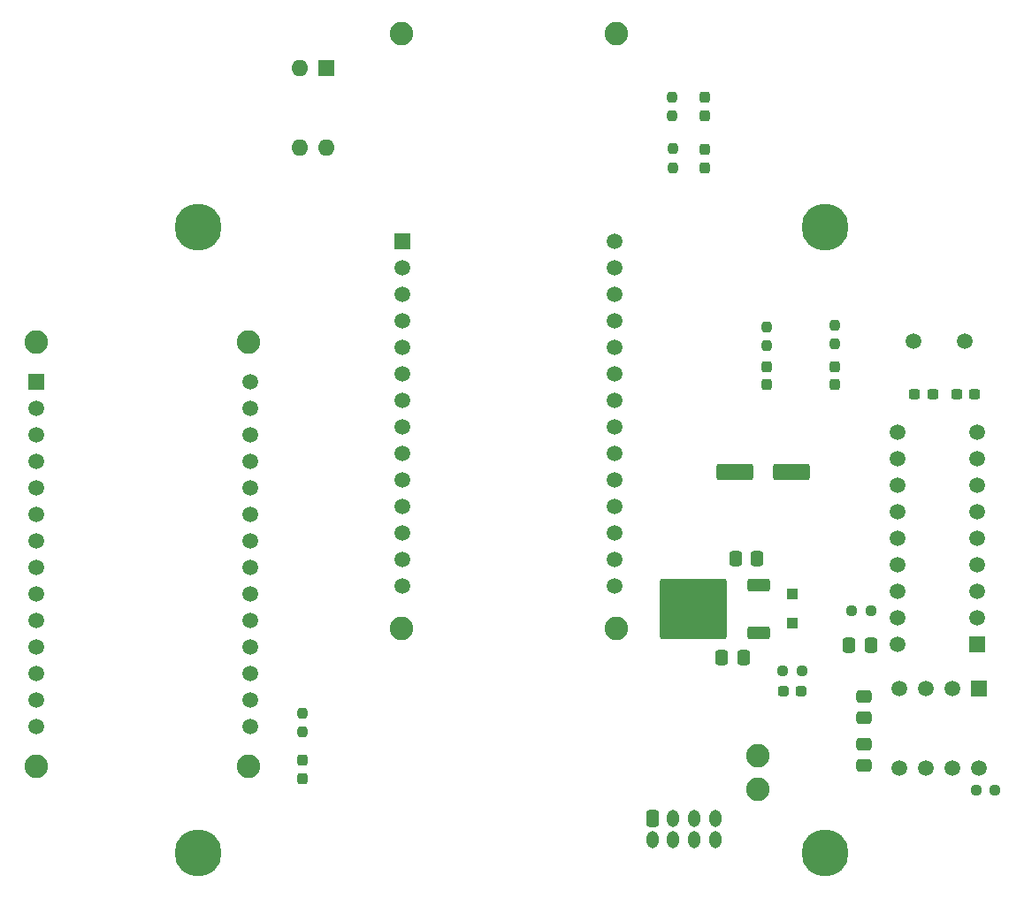
<source format=gbr>
%TF.GenerationSoftware,KiCad,Pcbnew,7.0.1-0*%
%TF.CreationDate,2023-05-22T14:05:29+09:00*%
%TF.ProjectId,SystemData,53797374-656d-4446-9174-612e6b696361,rev?*%
%TF.SameCoordinates,Original*%
%TF.FileFunction,Soldermask,Top*%
%TF.FilePolarity,Negative*%
%FSLAX46Y46*%
G04 Gerber Fmt 4.6, Leading zero omitted, Abs format (unit mm)*
G04 Created by KiCad (PCBNEW 7.0.1-0) date 2023-05-22 14:05:29*
%MOMM*%
%LPD*%
G01*
G04 APERTURE LIST*
G04 Aperture macros list*
%AMRoundRect*
0 Rectangle with rounded corners*
0 $1 Rounding radius*
0 $2 $3 $4 $5 $6 $7 $8 $9 X,Y pos of 4 corners*
0 Add a 4 corners polygon primitive as box body*
4,1,4,$2,$3,$4,$5,$6,$7,$8,$9,$2,$3,0*
0 Add four circle primitives for the rounded corners*
1,1,$1+$1,$2,$3*
1,1,$1+$1,$4,$5*
1,1,$1+$1,$6,$7*
1,1,$1+$1,$8,$9*
0 Add four rect primitives between the rounded corners*
20,1,$1+$1,$2,$3,$4,$5,0*
20,1,$1+$1,$4,$5,$6,$7,0*
20,1,$1+$1,$6,$7,$8,$9,0*
20,1,$1+$1,$8,$9,$2,$3,0*%
G04 Aperture macros list end*
%ADD10C,4.500000*%
%ADD11C,2.250000*%
%ADD12RoundRect,0.250000X0.850000X0.350000X-0.850000X0.350000X-0.850000X-0.350000X0.850000X-0.350000X0*%
%ADD13RoundRect,0.249997X2.950003X2.650003X-2.950003X2.650003X-2.950003X-2.650003X2.950003X-2.650003X0*%
%ADD14C,1.500000*%
%ADD15RoundRect,0.250000X0.337500X0.475000X-0.337500X0.475000X-0.337500X-0.475000X0.337500X-0.475000X0*%
%ADD16RoundRect,0.237500X-0.237500X0.287500X-0.237500X-0.287500X0.237500X-0.287500X0.237500X0.287500X0*%
%ADD17RoundRect,0.237500X-0.237500X0.250000X-0.237500X-0.250000X0.237500X-0.250000X0.237500X0.250000X0*%
%ADD18RoundRect,0.250000X0.475000X-0.337500X0.475000X0.337500X-0.475000X0.337500X-0.475000X-0.337500X0*%
%ADD19RoundRect,0.237500X0.237500X-0.287500X0.237500X0.287500X-0.237500X0.287500X-0.237500X-0.287500X0*%
%ADD20R,1.500000X1.500000*%
%ADD21RoundRect,0.250000X0.300000X-0.300000X0.300000X0.300000X-0.300000X0.300000X-0.300000X-0.300000X0*%
%ADD22R,1.508000X1.508000*%
%ADD23C,1.508000*%
%ADD24RoundRect,0.237500X0.300000X0.237500X-0.300000X0.237500X-0.300000X-0.237500X0.300000X-0.237500X0*%
%ADD25RoundRect,0.250000X-1.500000X-0.550000X1.500000X-0.550000X1.500000X0.550000X-1.500000X0.550000X0*%
%ADD26RoundRect,0.237500X-0.250000X-0.237500X0.250000X-0.237500X0.250000X0.237500X-0.250000X0.237500X0*%
%ADD27RoundRect,0.237500X0.287500X0.237500X-0.287500X0.237500X-0.287500X-0.237500X0.287500X-0.237500X0*%
%ADD28RoundRect,0.250000X-0.350000X-0.560000X0.350000X-0.560000X0.350000X0.560000X-0.350000X0.560000X0*%
%ADD29O,1.200000X1.650000*%
%ADD30RoundRect,0.237500X0.250000X0.237500X-0.250000X0.237500X-0.250000X-0.237500X0.250000X-0.237500X0*%
%ADD31R,1.600000X1.600000*%
%ADD32O,1.600000X1.600000*%
%ADD33RoundRect,0.237500X-0.300000X-0.237500X0.300000X-0.237500X0.300000X0.237500X-0.300000X0.237500X0*%
G04 APERTURE END LIST*
D10*
%TO.C,REF\u002A\u002A*%
X178500000Y-75000000D03*
%TD*%
D11*
%TO.C,TP2*%
X172100000Y-125699432D03*
%TD*%
D12*
%TO.C,U3*%
X172200000Y-113879432D03*
D13*
X165900000Y-111599432D03*
D12*
X172200000Y-109319432D03*
%TD*%
D14*
%TO.C,Y1*%
X187027500Y-86000200D03*
X191907500Y-86000200D03*
%TD*%
D15*
%TO.C,C2*%
X182897500Y-115100200D03*
X180822500Y-115100200D03*
%TD*%
D16*
%TO.C,D6*%
X166977500Y-62612700D03*
X166977500Y-64362700D03*
%TD*%
D17*
%TO.C,R8*%
X128500000Y-121587500D03*
X128500000Y-123412500D03*
%TD*%
D15*
%TO.C,C7*%
X172037500Y-106799432D03*
X169962500Y-106799432D03*
%TD*%
D18*
%TO.C,C5*%
X182277500Y-122037700D03*
X182277500Y-119962700D03*
%TD*%
D19*
%TO.C,D7*%
X128500000Y-127875000D03*
X128500000Y-126125000D03*
%TD*%
D20*
%TO.C,U1*%
X193277500Y-119200200D03*
D14*
X190737500Y-119200200D03*
X188197500Y-119200200D03*
X185657500Y-119200200D03*
X185657500Y-126820200D03*
X188197500Y-126820200D03*
X190737500Y-126820200D03*
X193277500Y-126820200D03*
%TD*%
D21*
%TO.C,D2*%
X175400000Y-112999432D03*
X175400000Y-110199432D03*
%TD*%
D11*
%TO.C,U5*%
X103000000Y-86030000D03*
X103000000Y-126670000D03*
X123320000Y-86030000D03*
X123320000Y-126670000D03*
D22*
X103000000Y-89840000D03*
D23*
X103000000Y-92380000D03*
X103000000Y-94920000D03*
X103000000Y-97460000D03*
X103000000Y-100000000D03*
X103000000Y-102540000D03*
X103000000Y-105080000D03*
X103000000Y-107620000D03*
X103000000Y-110160000D03*
X103000000Y-112700000D03*
X103000000Y-115240000D03*
X103000000Y-117780000D03*
X103000000Y-120320000D03*
X103000000Y-122860000D03*
X123520000Y-122860000D03*
X123520000Y-120320000D03*
X123520000Y-117780000D03*
X123520000Y-115240000D03*
X123520000Y-112700000D03*
X123520000Y-110160000D03*
X123520000Y-107620000D03*
X123520000Y-105080000D03*
X123520000Y-102540000D03*
X123520000Y-100000000D03*
X123520000Y-97460000D03*
X123520000Y-94920000D03*
X123520000Y-92380000D03*
X123520000Y-89840000D03*
%TD*%
D17*
%TO.C,R6*%
X163977500Y-67500200D03*
X163977500Y-69325200D03*
%TD*%
D24*
%TO.C,C1*%
X192840000Y-91000200D03*
X191115000Y-91000200D03*
%TD*%
D10*
%TO.C,REF\u002A\u002A*%
X118500000Y-135000000D03*
%TD*%
D17*
%TO.C,R4*%
X172977500Y-84587700D03*
X172977500Y-86412700D03*
%TD*%
D11*
%TO.C,U4*%
X158512500Y-56475000D03*
X138012500Y-56475000D03*
X158512500Y-113475000D03*
X138012500Y-113475000D03*
D22*
X138102500Y-76359800D03*
D23*
X138102500Y-78899800D03*
X138102500Y-81439800D03*
X138102500Y-83979800D03*
X138102500Y-86519800D03*
X138102500Y-89059800D03*
X138102500Y-91599800D03*
X138102500Y-94139800D03*
X138102500Y-96679800D03*
X138102500Y-99219800D03*
X138102500Y-101759800D03*
X138102500Y-104299800D03*
X138102500Y-106839800D03*
X138102500Y-109379800D03*
X158422500Y-109379800D03*
X158422500Y-106839800D03*
X158422500Y-104299800D03*
X158422500Y-101759800D03*
X158422500Y-99219800D03*
X158422500Y-96679800D03*
X158422500Y-94139800D03*
X158422500Y-91599800D03*
X158422500Y-89059800D03*
X158422500Y-86519800D03*
X158422500Y-83979800D03*
X158422500Y-81439800D03*
X158422500Y-78899800D03*
X158422500Y-76359800D03*
%TD*%
D25*
%TO.C,C6*%
X169900000Y-98499432D03*
X175300000Y-98499432D03*
%TD*%
D10*
%TO.C,REF\u002A\u002A*%
X178500000Y-135000000D03*
%TD*%
D19*
%TO.C,D3*%
X172977500Y-90125200D03*
X172977500Y-88375200D03*
%TD*%
D26*
%TO.C,R1*%
X192987500Y-129000000D03*
X194812500Y-129000000D03*
%TD*%
D18*
%TO.C,C4*%
X182277500Y-126637700D03*
X182277500Y-124562700D03*
%TD*%
D15*
%TO.C,C3*%
X170737500Y-116299432D03*
X168662500Y-116299432D03*
%TD*%
D10*
%TO.C,REF\u002A\u002A*%
X118500000Y-75000000D03*
%TD*%
D16*
%TO.C,D5*%
X166977500Y-67625200D03*
X166977500Y-69375200D03*
%TD*%
D11*
%TO.C,TP1*%
X172100000Y-128899432D03*
%TD*%
D27*
%TO.C,D1*%
X176265000Y-119500200D03*
X174515000Y-119500200D03*
%TD*%
D26*
%TO.C,R3*%
X181072500Y-111790200D03*
X182897500Y-111790200D03*
%TD*%
D28*
%TO.C,J1*%
X162000000Y-131690000D03*
D29*
X162000000Y-133690000D03*
X164000000Y-131690000D03*
X164000000Y-133690000D03*
X166000000Y-131690000D03*
X166000000Y-133690000D03*
X168000000Y-131690000D03*
X168000000Y-133690000D03*
%TD*%
D17*
%TO.C,R7*%
X163890000Y-62575200D03*
X163890000Y-64400200D03*
%TD*%
D20*
%TO.C,U2*%
X193097500Y-115040200D03*
D14*
X193097500Y-112500200D03*
X193097500Y-109960200D03*
X193097500Y-107420200D03*
X193097500Y-104880200D03*
X193097500Y-102340200D03*
X193097500Y-99800200D03*
X193097500Y-97260200D03*
X193097500Y-94720200D03*
X185477500Y-94720200D03*
X185477500Y-97260200D03*
X185477500Y-99800200D03*
X185477500Y-102340200D03*
X185477500Y-104880200D03*
X185477500Y-107420200D03*
X185477500Y-109960200D03*
X185477500Y-112500200D03*
X185477500Y-115040200D03*
%TD*%
D30*
%TO.C,R2*%
X176302500Y-117500200D03*
X174477500Y-117500200D03*
%TD*%
D31*
%TO.C,SW1*%
X130750000Y-59774432D03*
D32*
X128210000Y-59774432D03*
X128210000Y-67394432D03*
X130750000Y-67394432D03*
%TD*%
D33*
%TO.C,C8*%
X187115000Y-91000200D03*
X188840000Y-91000200D03*
%TD*%
D19*
%TO.C,D4*%
X179477500Y-90125200D03*
X179477500Y-88375200D03*
%TD*%
D17*
%TO.C,R5*%
X179477500Y-84425200D03*
X179477500Y-86250200D03*
%TD*%
M02*

</source>
